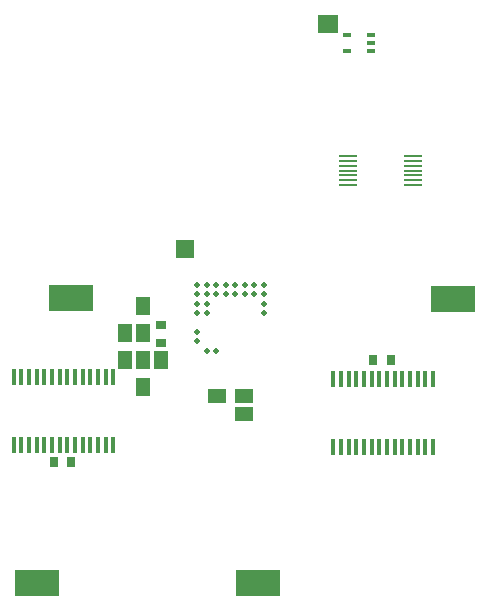
<source format=gtp>
%FSLAX25Y25*%
%MOIN*%
G70*
G01*
G75*
G04 Layer_Color=8421504*
%ADD10C,0.01155*%
%ADD11C,0.01150*%
%ADD12R,0.07087X0.06299*%
%ADD13C,0.02000*%
%ADD14R,0.01378X0.05512*%
%ADD15R,0.15000X0.08500*%
%ADD16R,0.02756X0.01575*%
%ADD17R,0.03543X0.02756*%
%ADD18R,0.06496X0.00984*%
%ADD19R,0.06496X0.00984*%
%ADD20R,0.06000X0.06000*%
%ADD21R,0.02756X0.03543*%
%ADD22R,0.05000X0.06000*%
%ADD23R,0.06000X0.05000*%
%ADD24C,0.02500*%
%ADD25C,0.00448*%
%ADD26C,0.00403*%
%ADD27C,0.00500*%
%ADD28C,0.00807*%
%ADD29C,0.00500*%
%ADD30C,0.00669*%
%ADD31C,0.00800*%
%ADD32C,0.00400*%
%ADD33C,0.02000*%
%ADD34C,0.00600*%
%ADD35R,0.05906X0.05906*%
%ADD36C,0.05906*%
%ADD37C,0.14000*%
%ADD38C,0.07400*%
%ADD39P,0.08352X4X152.0*%
%ADD40P,0.08352X4X298.0*%
%ADD41C,0.05000*%
%ADD42R,0.02362X0.03740*%
%ADD43C,0.03000*%
%ADD44C,0.04000*%
%ADD45P,0.02165X8X22.5*%
%ADD46R,0.03740X0.02362*%
%ADD47C,0.05200*%
%ADD48R,0.05200X0.05200*%
%ADD49R,0.03937X0.03937*%
%ADD50C,0.03937*%
G04:AMPARAMS|DCode=51|XSize=78.74mil|YSize=78.74mil|CornerRadius=19.69mil|HoleSize=0mil|Usage=FLASHONLY|Rotation=0.000|XOffset=0mil|YOffset=0mil|HoleType=Round|Shape=RoundedRectangle|*
%AMROUNDEDRECTD51*
21,1,0.07874,0.03937,0,0,0.0*
21,1,0.03937,0.07874,0,0,0.0*
1,1,0.03937,0.01969,-0.01969*
1,1,0.03937,-0.01969,-0.01969*
1,1,0.03937,-0.01969,0.01969*
1,1,0.03937,0.01969,0.01969*
%
%ADD51ROUNDEDRECTD51*%
%ADD52C,0.03500*%
%ADD53R,0.05200X0.05200*%
%ADD54R,0.02000X0.02000*%
%ADD55C,0.13000*%
%ADD56C,0.01800*%
%ADD57C,0.04000*%
%ADD58C,0.05543*%
%ADD59C,0.14800*%
%ADD60C,0.08200*%
%ADD61C,0.05500*%
G04:AMPARAMS|DCode=62|XSize=68mil|YSize=68mil|CornerRadius=0mil|HoleSize=0mil|Usage=FLASHONLY|Rotation=0.000|XOffset=0mil|YOffset=0mil|HoleType=Round|Shape=Relief|Width=10mil|Gap=10mil|Entries=4|*
%AMTHD62*
7,0,0,0.06800,0.04800,0.01000,45*
%
%ADD62THD62*%
%ADD63C,0.04500*%
%ADD64C,0.02800*%
G04:AMPARAMS|DCode=65|XSize=40mil|YSize=40mil|CornerRadius=0mil|HoleSize=0mil|Usage=FLASHONLY|Rotation=0.000|XOffset=0mil|YOffset=0mil|HoleType=Round|Shape=Relief|Width=6mil|Gap=8mil|Entries=4|*
%AMTHD65*
7,0,0,0.04000,0.02400,0.00600,45*
%
%ADD65THD65*%
G04:AMPARAMS|DCode=66|XSize=52mil|YSize=52mil|CornerRadius=0mil|HoleSize=0mil|Usage=FLASHONLY|Rotation=0.000|XOffset=0mil|YOffset=0mil|HoleType=Round|Shape=Relief|Width=6mil|Gap=8mil|Entries=4|*
%AMTHD66*
7,0,0,0.05200,0.03600,0.00600,45*
%
%ADD66THD66*%
%ADD67C,0.05800*%
G04:AMPARAMS|DCode=68|XSize=20mil|YSize=20mil|CornerRadius=0mil|HoleSize=0mil|Usage=FLASHONLY|Rotation=0.000|XOffset=0mil|YOffset=0mil|HoleType=Round|Shape=Relief|Width=4mil|Gap=3mil|Entries=4|*
%AMTHD68*
7,0,0,0.02000,0.01400,0.00400,45*
%
%ADD68THD68*%
%ADD69C,0.04913*%
%ADD70C,0.07315*%
%ADD71C,0.04200*%
%ADD72C,0.11600*%
%ADD73C,0.01297*%
%ADD74C,0.00918*%
%ADD75C,0.00390*%
%ADD76R,0.07874X0.08661*%
%ADD77R,0.06000X0.06000*%
%ADD78C,0.01500*%
G04:AMPARAMS|DCode=79|XSize=98mil|YSize=98mil|CornerRadius=0mil|HoleSize=0mil|Usage=FLASHONLY|Rotation=0.000|XOffset=0mil|YOffset=0mil|HoleType=Round|Shape=Relief|Width=10mil|Gap=10mil|Entries=4|*
%AMTHD79*
7,0,0,0.09800,0.07800,0.01000,45*
%
%ADD79THD79*%
%ADD80R,0.07874X0.08661*%
%ADD81R,0.09252X0.12205*%
%ADD82R,0.06299X0.06693*%
%ADD83R,0.06299X0.06693*%
%ADD84C,0.01000*%
%ADD85C,0.00375*%
%ADD86R,0.02000X0.01000*%
%ADD87R,0.07000X0.19000*%
%ADD88R,0.01000X0.14000*%
%ADD89R,0.05000X0.15000*%
%ADD90R,0.02000X0.01500*%
%ADD91R,0.06000X0.03500*%
%ADD92R,0.00500X0.01500*%
%ADD93R,0.01500X0.03000*%
%ADD94R,0.07500X0.26000*%
%ADD95R,0.02362X0.03740*%
%ADD96R,0.02362X0.03740*%
%ADD97R,0.02362X0.03740*%
%ADD98R,0.02362X0.03740*%
%ADD99R,0.03740X0.02362*%
%ADD100R,0.03740X0.02362*%
%ADD101R,0.06000X0.02760*%
%ADD102R,0.02107X0.03100*%
%ADD103R,0.05000X0.14260*%
%ADD104R,0.01000X0.13760*%
%ADD105R,0.02000X0.02000*%
%ADD106C,0.00984*%
%ADD107C,0.00787*%
%ADD108C,0.00394*%
%ADD109C,0.01200*%
D12*
X277028Y311288D02*
D03*
D13*
X239878Y202402D02*
D03*
X236729D02*
D03*
X233579Y205551D02*
D03*
Y208701D02*
D03*
X255626Y215000D02*
D03*
Y218150D02*
D03*
X233579D02*
D03*
X236729D02*
D03*
X233579Y221299D02*
D03*
Y224449D02*
D03*
X239878D02*
D03*
Y221299D02*
D03*
X252477D02*
D03*
Y224449D02*
D03*
X246178D02*
D03*
Y221299D02*
D03*
X236729Y224449D02*
D03*
X243028D02*
D03*
X249327D02*
D03*
X255626D02*
D03*
X236729Y221299D02*
D03*
X243028D02*
D03*
X249327D02*
D03*
X255626D02*
D03*
X233579Y215000D02*
D03*
X236729D02*
D03*
D14*
X312129Y170462D02*
D03*
X309570D02*
D03*
X307010D02*
D03*
X304451D02*
D03*
X301892D02*
D03*
X299333D02*
D03*
X296774D02*
D03*
X294215D02*
D03*
X291656D02*
D03*
X289097D02*
D03*
X286538D02*
D03*
X283979D02*
D03*
X281419D02*
D03*
X278860D02*
D03*
Y193100D02*
D03*
X281419D02*
D03*
X283978D02*
D03*
X286537D02*
D03*
X289097D02*
D03*
X291656D02*
D03*
X294215D02*
D03*
X296774D02*
D03*
X299333D02*
D03*
X301892D02*
D03*
X304451D02*
D03*
X307010D02*
D03*
X309569D02*
D03*
X312128D02*
D03*
X172328Y170900D02*
D03*
X174887D02*
D03*
X177446D02*
D03*
X180005D02*
D03*
X182564D02*
D03*
X185123D02*
D03*
X187682D02*
D03*
X190241D02*
D03*
X192800D02*
D03*
X195360D02*
D03*
X197919D02*
D03*
X200478D02*
D03*
X203037D02*
D03*
X205596D02*
D03*
Y193538D02*
D03*
X203037D02*
D03*
X200478D02*
D03*
X197918D02*
D03*
X195359D02*
D03*
X192800D02*
D03*
X190241D02*
D03*
X187682D02*
D03*
X185123D02*
D03*
X182564D02*
D03*
X180005D02*
D03*
X177446D02*
D03*
X174887D02*
D03*
X172327D02*
D03*
D15*
X180128Y125100D02*
D03*
X253628D02*
D03*
X318828Y219600D02*
D03*
X191528Y220000D02*
D03*
D16*
X283493Y307559D02*
D03*
X291563D02*
D03*
X283493Y302441D02*
D03*
X291563D02*
D03*
Y305000D02*
D03*
D17*
X221528Y205047D02*
D03*
Y210953D02*
D03*
D18*
X283603Y267224D02*
D03*
X305453D02*
D03*
Y257776D02*
D03*
D19*
X283603Y265650D02*
D03*
Y264075D02*
D03*
Y262500D02*
D03*
Y260925D02*
D03*
Y259350D02*
D03*
Y257776D02*
D03*
X305453Y265650D02*
D03*
Y264075D02*
D03*
Y262500D02*
D03*
Y260925D02*
D03*
Y259350D02*
D03*
D20*
X229528Y236500D02*
D03*
D21*
X191581Y165400D02*
D03*
X185675D02*
D03*
X292175Y199400D02*
D03*
X298081D02*
D03*
D22*
X215528Y208500D02*
D03*
Y217500D02*
D03*
X209528Y199500D02*
D03*
Y208500D02*
D03*
X215528Y199500D02*
D03*
Y190500D02*
D03*
X221528Y199500D02*
D03*
D23*
X249028Y187500D02*
D03*
X240028D02*
D03*
X249028Y181500D02*
D03*
M02*

</source>
